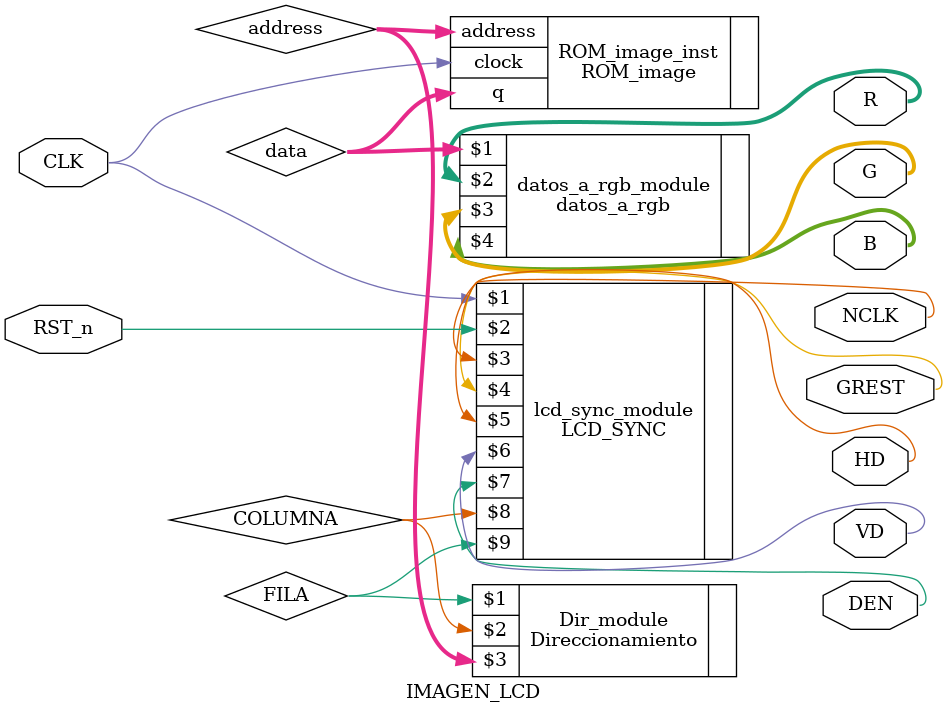
<source format=v>
module IMAGEN_LCD (CLK,RST_n, NCLK,GREST,HD,VD,DEN, R,G,B);
	
	input 	CLK, RST_n;
	output 	NCLK, GREST, HD, VD, DEN;
	output	[7:0]	R;
	output	[7:0]	G;
	output	[7:0]	B;
	wire 		[15:0]data;
	wire		[16:0]address;
	
	LCD_SYNC 			lcd_sync_module 		(CLK,RST_n,NCLK,GREST,HD,VD,DEN, COLUMNA, FILA);
	Direccionamiento 	Dir_module				(FILA, COLUMNA, address);
	ROM_image			ROM_image_inst			(.address(address), .clock(CLK), .q(data));
	datos_a_rgb			datos_a_rgb_module	(data, R, G, B);

endmodule
</source>
